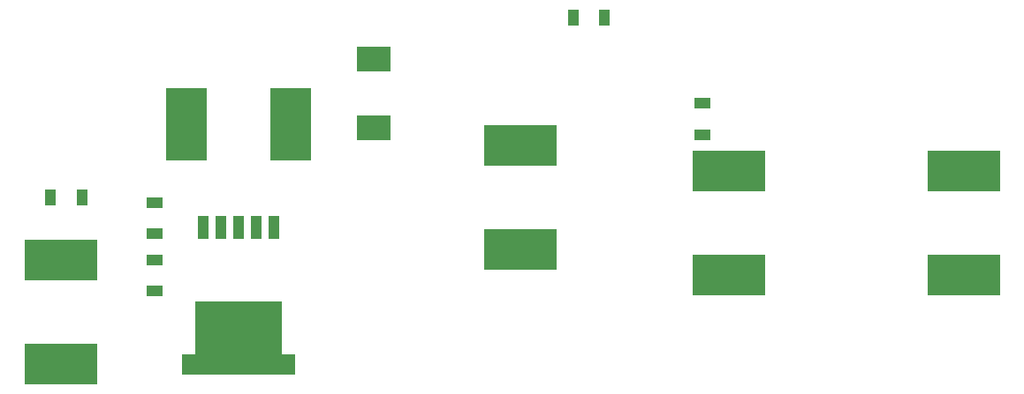
<source format=gbr>
%TF.GenerationSoftware,Altium Limited,Altium Designer,22.4.2 (48)*%
G04 Layer_Color=8421504*
%FSLAX45Y45*%
%MOMM*%
%TF.SameCoordinates,33709DFB-A149-439E-BA6C-A4EA3245395A*%
%TF.FilePolarity,Positive*%
%TF.FileFunction,Paste,Top*%
%TF.Part,Single*%
G01*
G75*
%TA.AperFunction,SMDPad,CuDef*%
%ADD10R,7.00000X4.00000*%
%ADD11R,1.00000X1.60000*%
%ADD12R,1.60000X1.00000*%
%ADD13R,4.00000X7.00000*%
%ADD14C,6.29100*%
%ADD15R,1.07000X2.16000*%
%ADD16R,3.30000X2.40000*%
G36*
X3716500Y1987000D02*
X3840000D01*
Y1796000D01*
X2760000D01*
Y1987000D01*
X2883500D01*
Y2495000D01*
X3716500D01*
Y1987000D01*
D02*
G37*
D10*
X10250000Y3750000D02*
D03*
Y2750000D02*
D03*
X6000000Y3000000D02*
D03*
Y4000000D02*
D03*
X1600000Y2900000D02*
D03*
Y1900000D02*
D03*
X8000000Y2750000D02*
D03*
Y3750000D02*
D03*
D11*
X6507139Y5227182D02*
D03*
X6807139D02*
D03*
X1500000Y3500000D02*
D03*
X1800000D02*
D03*
D12*
X2500000Y3450000D02*
D03*
Y3150000D02*
D03*
X7750000Y4100000D02*
D03*
Y4400000D02*
D03*
X2500000Y2600000D02*
D03*
Y2900000D02*
D03*
D13*
X3800000Y4200000D02*
D03*
X2800000D02*
D03*
D14*
X3300000Y2145500D02*
D03*
D15*
X3640000Y3213000D02*
D03*
X3470000D02*
D03*
X3300000D02*
D03*
X3130000D02*
D03*
X2960000D02*
D03*
D16*
X4600000Y4170000D02*
D03*
Y4830000D02*
D03*
%TF.MD5,2d45e56bdec560cdab0c909e3d4be8f0*%
M02*

</source>
